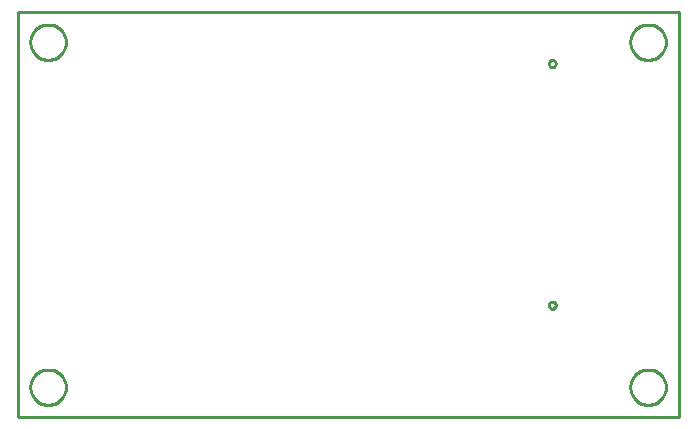
<source format=gbr>
G04 EAGLE Gerber RS-274X export*
G75*
%MOMM*%
%FSLAX34Y34*%
%LPD*%
%IN*%
%IPPOS*%
%AMOC8*
5,1,8,0,0,1.08239X$1,22.5*%
G01*
%ADD10C,0.254000*%


D10*
X0Y0D02*
X559562Y508D01*
X559562Y343408D01*
X0Y342900D01*
X0Y0D01*
X40400Y316964D02*
X40324Y315896D01*
X40171Y314835D01*
X39943Y313788D01*
X39641Y312760D01*
X39267Y311756D01*
X38822Y310781D01*
X38308Y309841D01*
X37729Y308940D01*
X37087Y308082D01*
X36385Y307272D01*
X35628Y306515D01*
X34818Y305813D01*
X33960Y305171D01*
X33059Y304592D01*
X32119Y304078D01*
X31144Y303633D01*
X30140Y303259D01*
X29112Y302957D01*
X28065Y302729D01*
X27004Y302576D01*
X25936Y302500D01*
X24864Y302500D01*
X23796Y302576D01*
X22735Y302729D01*
X21688Y302957D01*
X20660Y303259D01*
X19656Y303633D01*
X18681Y304078D01*
X17741Y304592D01*
X16840Y305171D01*
X15982Y305813D01*
X15172Y306515D01*
X14415Y307272D01*
X13713Y308082D01*
X13071Y308940D01*
X12492Y309841D01*
X11978Y310781D01*
X11533Y311756D01*
X11159Y312760D01*
X10857Y313788D01*
X10629Y314835D01*
X10476Y315896D01*
X10400Y316964D01*
X10400Y318036D01*
X10476Y319104D01*
X10629Y320165D01*
X10857Y321212D01*
X11159Y322240D01*
X11533Y323244D01*
X11978Y324219D01*
X12492Y325159D01*
X13071Y326060D01*
X13713Y326918D01*
X14415Y327728D01*
X15172Y328485D01*
X15982Y329187D01*
X16840Y329829D01*
X17741Y330408D01*
X18681Y330922D01*
X19656Y331367D01*
X20660Y331741D01*
X21688Y332043D01*
X22735Y332271D01*
X23796Y332424D01*
X24864Y332500D01*
X25936Y332500D01*
X27004Y332424D01*
X28065Y332271D01*
X29112Y332043D01*
X30140Y331741D01*
X31144Y331367D01*
X32119Y330922D01*
X33059Y330408D01*
X33960Y329829D01*
X34818Y329187D01*
X35628Y328485D01*
X36385Y327728D01*
X37087Y326918D01*
X37729Y326060D01*
X38308Y325159D01*
X38822Y324219D01*
X39267Y323244D01*
X39641Y322240D01*
X39943Y321212D01*
X40171Y320165D01*
X40324Y319104D01*
X40400Y318036D01*
X40400Y316964D01*
X40400Y24864D02*
X40324Y23796D01*
X40171Y22735D01*
X39943Y21688D01*
X39641Y20660D01*
X39267Y19656D01*
X38822Y18681D01*
X38308Y17741D01*
X37729Y16840D01*
X37087Y15982D01*
X36385Y15172D01*
X35628Y14415D01*
X34818Y13713D01*
X33960Y13071D01*
X33059Y12492D01*
X32119Y11978D01*
X31144Y11533D01*
X30140Y11159D01*
X29112Y10857D01*
X28065Y10629D01*
X27004Y10476D01*
X25936Y10400D01*
X24864Y10400D01*
X23796Y10476D01*
X22735Y10629D01*
X21688Y10857D01*
X20660Y11159D01*
X19656Y11533D01*
X18681Y11978D01*
X17741Y12492D01*
X16840Y13071D01*
X15982Y13713D01*
X15172Y14415D01*
X14415Y15172D01*
X13713Y15982D01*
X13071Y16840D01*
X12492Y17741D01*
X11978Y18681D01*
X11533Y19656D01*
X11159Y20660D01*
X10857Y21688D01*
X10629Y22735D01*
X10476Y23796D01*
X10400Y24864D01*
X10400Y25936D01*
X10476Y27004D01*
X10629Y28065D01*
X10857Y29112D01*
X11159Y30140D01*
X11533Y31144D01*
X11978Y32119D01*
X12492Y33059D01*
X13071Y33960D01*
X13713Y34818D01*
X14415Y35628D01*
X15172Y36385D01*
X15982Y37087D01*
X16840Y37729D01*
X17741Y38308D01*
X18681Y38822D01*
X19656Y39267D01*
X20660Y39641D01*
X21688Y39943D01*
X22735Y40171D01*
X23796Y40324D01*
X24864Y40400D01*
X25936Y40400D01*
X27004Y40324D01*
X28065Y40171D01*
X29112Y39943D01*
X30140Y39641D01*
X31144Y39267D01*
X32119Y38822D01*
X33059Y38308D01*
X33960Y37729D01*
X34818Y37087D01*
X35628Y36385D01*
X36385Y35628D01*
X37087Y34818D01*
X37729Y33960D01*
X38308Y33059D01*
X38822Y32119D01*
X39267Y31144D01*
X39641Y30140D01*
X39943Y29112D01*
X40171Y28065D01*
X40324Y27004D01*
X40400Y25936D01*
X40400Y24864D01*
X548400Y24864D02*
X548324Y23796D01*
X548171Y22735D01*
X547943Y21688D01*
X547641Y20660D01*
X547267Y19656D01*
X546822Y18681D01*
X546308Y17741D01*
X545729Y16840D01*
X545087Y15982D01*
X544385Y15172D01*
X543628Y14415D01*
X542818Y13713D01*
X541960Y13071D01*
X541059Y12492D01*
X540119Y11978D01*
X539144Y11533D01*
X538140Y11159D01*
X537112Y10857D01*
X536065Y10629D01*
X535004Y10476D01*
X533936Y10400D01*
X532864Y10400D01*
X531796Y10476D01*
X530735Y10629D01*
X529688Y10857D01*
X528660Y11159D01*
X527656Y11533D01*
X526681Y11978D01*
X525741Y12492D01*
X524840Y13071D01*
X523982Y13713D01*
X523172Y14415D01*
X522415Y15172D01*
X521713Y15982D01*
X521071Y16840D01*
X520492Y17741D01*
X519978Y18681D01*
X519533Y19656D01*
X519159Y20660D01*
X518857Y21688D01*
X518629Y22735D01*
X518476Y23796D01*
X518400Y24864D01*
X518400Y25936D01*
X518476Y27004D01*
X518629Y28065D01*
X518857Y29112D01*
X519159Y30140D01*
X519533Y31144D01*
X519978Y32119D01*
X520492Y33059D01*
X521071Y33960D01*
X521713Y34818D01*
X522415Y35628D01*
X523172Y36385D01*
X523982Y37087D01*
X524840Y37729D01*
X525741Y38308D01*
X526681Y38822D01*
X527656Y39267D01*
X528660Y39641D01*
X529688Y39943D01*
X530735Y40171D01*
X531796Y40324D01*
X532864Y40400D01*
X533936Y40400D01*
X535004Y40324D01*
X536065Y40171D01*
X537112Y39943D01*
X538140Y39641D01*
X539144Y39267D01*
X540119Y38822D01*
X541059Y38308D01*
X541960Y37729D01*
X542818Y37087D01*
X543628Y36385D01*
X544385Y35628D01*
X545087Y34818D01*
X545729Y33960D01*
X546308Y33059D01*
X546822Y32119D01*
X547267Y31144D01*
X547641Y30140D01*
X547943Y29112D01*
X548171Y28065D01*
X548324Y27004D01*
X548400Y25936D01*
X548400Y24864D01*
X548400Y316964D02*
X548324Y315896D01*
X548171Y314835D01*
X547943Y313788D01*
X547641Y312760D01*
X547267Y311756D01*
X546822Y310781D01*
X546308Y309841D01*
X545729Y308940D01*
X545087Y308082D01*
X544385Y307272D01*
X543628Y306515D01*
X542818Y305813D01*
X541960Y305171D01*
X541059Y304592D01*
X540119Y304078D01*
X539144Y303633D01*
X538140Y303259D01*
X537112Y302957D01*
X536065Y302729D01*
X535004Y302576D01*
X533936Y302500D01*
X532864Y302500D01*
X531796Y302576D01*
X530735Y302729D01*
X529688Y302957D01*
X528660Y303259D01*
X527656Y303633D01*
X526681Y304078D01*
X525741Y304592D01*
X524840Y305171D01*
X523982Y305813D01*
X523172Y306515D01*
X522415Y307272D01*
X521713Y308082D01*
X521071Y308940D01*
X520492Y309841D01*
X519978Y310781D01*
X519533Y311756D01*
X519159Y312760D01*
X518857Y313788D01*
X518629Y314835D01*
X518476Y315896D01*
X518400Y316964D01*
X518400Y318036D01*
X518476Y319104D01*
X518629Y320165D01*
X518857Y321212D01*
X519159Y322240D01*
X519533Y323244D01*
X519978Y324219D01*
X520492Y325159D01*
X521071Y326060D01*
X521713Y326918D01*
X522415Y327728D01*
X523172Y328485D01*
X523982Y329187D01*
X524840Y329829D01*
X525741Y330408D01*
X526681Y330922D01*
X527656Y331367D01*
X528660Y331741D01*
X529688Y332043D01*
X530735Y332271D01*
X531796Y332424D01*
X532864Y332500D01*
X533936Y332500D01*
X535004Y332424D01*
X536065Y332271D01*
X537112Y332043D01*
X538140Y331741D01*
X539144Y331367D01*
X540119Y330922D01*
X541059Y330408D01*
X541960Y329829D01*
X542818Y329187D01*
X543628Y328485D01*
X544385Y327728D01*
X545087Y326918D01*
X545729Y326060D01*
X546308Y325159D01*
X546822Y324219D01*
X547267Y323244D01*
X547641Y322240D01*
X547943Y321212D01*
X548171Y320165D01*
X548324Y319104D01*
X548400Y318036D01*
X548400Y316964D01*
X452446Y296450D02*
X452913Y296524D01*
X453362Y296670D01*
X453782Y296884D01*
X454164Y297162D01*
X454498Y297496D01*
X454776Y297878D01*
X454990Y298298D01*
X455136Y298748D01*
X455210Y299214D01*
X455210Y299686D01*
X455136Y300153D01*
X454990Y300602D01*
X454776Y301022D01*
X454498Y301404D01*
X454164Y301738D01*
X453782Y302016D01*
X453362Y302230D01*
X452913Y302376D01*
X452446Y302450D01*
X451974Y302450D01*
X451508Y302376D01*
X451058Y302230D01*
X450638Y302016D01*
X450256Y301738D01*
X449922Y301404D01*
X449644Y301022D01*
X449430Y300602D01*
X449284Y300153D01*
X449210Y299686D01*
X449210Y299214D01*
X449284Y298748D01*
X449430Y298298D01*
X449644Y297878D01*
X449922Y297496D01*
X450256Y297162D01*
X450638Y296884D01*
X451058Y296670D01*
X451508Y296524D01*
X451974Y296450D01*
X452446Y296450D01*
X452446Y91950D02*
X452913Y92024D01*
X453362Y92170D01*
X453782Y92384D01*
X454164Y92662D01*
X454498Y92996D01*
X454776Y93378D01*
X454990Y93798D01*
X455136Y94248D01*
X455210Y94714D01*
X455210Y95186D01*
X455136Y95653D01*
X454990Y96102D01*
X454776Y96522D01*
X454498Y96904D01*
X454164Y97238D01*
X453782Y97516D01*
X453362Y97730D01*
X452913Y97876D01*
X452446Y97950D01*
X451974Y97950D01*
X451508Y97876D01*
X451058Y97730D01*
X450638Y97516D01*
X450256Y97238D01*
X449922Y96904D01*
X449644Y96522D01*
X449430Y96102D01*
X449284Y95653D01*
X449210Y95186D01*
X449210Y94714D01*
X449284Y94248D01*
X449430Y93798D01*
X449644Y93378D01*
X449922Y92996D01*
X450256Y92662D01*
X450638Y92384D01*
X451058Y92170D01*
X451508Y92024D01*
X451974Y91950D01*
X452446Y91950D01*
M02*

</source>
